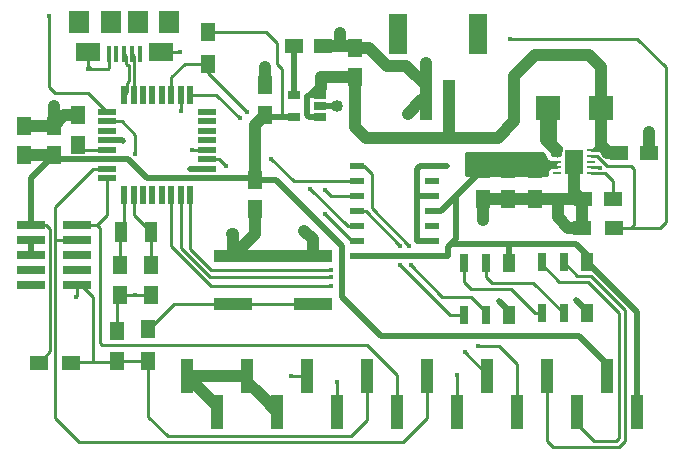
<source format=gbr>
G04 #@! TF.FileFunction,Copper,L1,Top,Signal*
%FSLAX46Y46*%
G04 Gerber Fmt 4.6, Leading zero omitted, Abs format (unit mm)*
G04 Created by KiCad (PCBNEW 4.0.5+dfsg1-4) date Mon May 29 16:20:49 2017*
%MOMM*%
%LPD*%
G01*
G04 APERTURE LIST*
%ADD10C,0.100000*%
%ADD11R,1.000000X3.000000*%
%ADD12R,1.250000X1.500000*%
%ADD13R,1.500000X1.250000*%
%ADD14R,2.000000X2.000000*%
%ADD15R,1.000000X3.500000*%
%ADD16R,1.600000X3.400000*%
%ADD17R,0.400000X1.350000*%
%ADD18R,2.100000X1.600000*%
%ADD19R,1.800000X1.900000*%
%ADD20R,2.400000X0.750000*%
%ADD21R,1.300000X1.500000*%
%ADD22R,1.500000X1.300000*%
%ADD23R,3.200000X1.000000*%
%ADD24R,1.060000X0.650000*%
%ADD25R,0.550000X1.600000*%
%ADD26R,1.600000X0.550000*%
%ADD27R,0.800000X0.280000*%
%ADD28R,1.600000X2.150000*%
%ADD29R,1.143000X0.508000*%
%ADD30R,1.000000X1.800000*%
%ADD31R,0.800000X1.550000*%
%ADD32R,1.000000X1.550000*%
%ADD33C,0.381000*%
%ADD34C,1.016000*%
%ADD35C,1.016000*%
%ADD36C,0.508000*%
%ADD37C,0.254000*%
G04 APERTURE END LIST*
D10*
D11*
X168275000Y-106704000D03*
X163195000Y-106704000D03*
X158115000Y-106704000D03*
X153035000Y-106704000D03*
X147955000Y-106704000D03*
X142875000Y-106704000D03*
X137795000Y-106704000D03*
X132715000Y-106704000D03*
X170815000Y-109704000D03*
X165735000Y-109704000D03*
X160655000Y-109704000D03*
X155575000Y-109704000D03*
X150495000Y-109704000D03*
X145415000Y-109704000D03*
X140335000Y-109704000D03*
X135255000Y-109704000D03*
D12*
X146939000Y-81387000D03*
X146939000Y-78887000D03*
X138430000Y-90063000D03*
X138430000Y-92563000D03*
X126746000Y-105390000D03*
X126746000Y-102890000D03*
D13*
X141752000Y-78740000D03*
X144252000Y-78740000D03*
D12*
X129667000Y-97302000D03*
X129667000Y-99802000D03*
X139319000Y-84562000D03*
X139319000Y-82062000D03*
X127000000Y-97302000D03*
X127000000Y-99802000D03*
D13*
X169311000Y-87757000D03*
X171811000Y-87757000D03*
X168763000Y-91694000D03*
X166263000Y-91694000D03*
D12*
X123444000Y-87102000D03*
X123444000Y-84602000D03*
X118872000Y-87991000D03*
X118872000Y-85491000D03*
X121412000Y-87991000D03*
X121412000Y-85491000D03*
X157734000Y-89174000D03*
X157734000Y-91674000D03*
X162179000Y-89174000D03*
X162179000Y-91674000D03*
X159893000Y-89174000D03*
X159893000Y-91674000D03*
D14*
X167731000Y-83947000D03*
X163231000Y-83947000D03*
D15*
X154924000Y-83293000D03*
X152924000Y-83293000D03*
D16*
X157324000Y-77743000D03*
X150524000Y-77743000D03*
D17*
X128681000Y-79375000D03*
X128031000Y-79375000D03*
X127381000Y-79375000D03*
X126731000Y-79375000D03*
X126081000Y-79375000D03*
D18*
X130481000Y-79225000D03*
X124281000Y-79225000D03*
D19*
X128531000Y-76700000D03*
X126231000Y-76700000D03*
X123581000Y-76700000D03*
X131181000Y-76700000D03*
D20*
X119462000Y-93853000D03*
X123362000Y-93853000D03*
X119462000Y-95123000D03*
X123362000Y-95123000D03*
X119462000Y-96393000D03*
X123362000Y-96393000D03*
X119462000Y-97663000D03*
X123362000Y-97663000D03*
X119462000Y-98933000D03*
X123362000Y-98933000D03*
D21*
X129413000Y-105363000D03*
X129413000Y-102663000D03*
D22*
X120189000Y-105537000D03*
X122889000Y-105537000D03*
X168863000Y-94107000D03*
X166163000Y-94107000D03*
D21*
X134493000Y-77517000D03*
X134493000Y-80217000D03*
D23*
X143354000Y-96552000D03*
X136554000Y-96552000D03*
X136554000Y-100552000D03*
X143354000Y-100552000D03*
D24*
X143975000Y-84770000D03*
X143975000Y-83820000D03*
X143975000Y-82870000D03*
X141775000Y-82870000D03*
X141775000Y-84770000D03*
D25*
X127375000Y-91372000D03*
X128175000Y-91372000D03*
X128975000Y-91372000D03*
X129775000Y-91372000D03*
X130575000Y-91372000D03*
X131375000Y-91372000D03*
X132175000Y-91372000D03*
X132975000Y-91372000D03*
D26*
X134425000Y-89922000D03*
X134425000Y-89122000D03*
X134425000Y-88322000D03*
X134425000Y-87522000D03*
X134425000Y-86722000D03*
X134425000Y-85922000D03*
X134425000Y-85122000D03*
X134425000Y-84322000D03*
D25*
X132975000Y-82872000D03*
X132175000Y-82872000D03*
X131375000Y-82872000D03*
X130575000Y-82872000D03*
X129775000Y-82872000D03*
X128975000Y-82872000D03*
X128175000Y-82872000D03*
X127375000Y-82872000D03*
D26*
X125925000Y-84322000D03*
X125925000Y-85122000D03*
X125925000Y-85922000D03*
X125925000Y-86722000D03*
X125925000Y-87522000D03*
X125925000Y-88322000D03*
X125925000Y-89122000D03*
X125925000Y-89922000D03*
D27*
X166943500Y-87519000D03*
X164018500Y-87519000D03*
X166943500Y-88019000D03*
X164018500Y-88019000D03*
X166943500Y-88519000D03*
X164018500Y-88519000D03*
X166943500Y-89019000D03*
X164018500Y-89019000D03*
X166943500Y-89519000D03*
X164018500Y-89519000D03*
D28*
X165481000Y-88519000D03*
D29*
X153416000Y-96520000D03*
X153416000Y-95250000D03*
X153416000Y-93980000D03*
X153416000Y-92710000D03*
X153416000Y-91440000D03*
X153416000Y-90170000D03*
X153416000Y-88900000D03*
X147066000Y-88900000D03*
X147066000Y-90170000D03*
X147066000Y-92710000D03*
X147066000Y-93980000D03*
X147066000Y-95250000D03*
X147066000Y-96520000D03*
X147066000Y-91440000D03*
D30*
X129647000Y-94488000D03*
X127147000Y-94488000D03*
D31*
X156138000Y-97139000D03*
X156138000Y-101489000D03*
X157988000Y-97139000D03*
X157988000Y-101489000D03*
D32*
X159938000Y-97139000D03*
X159938000Y-101489000D03*
D31*
X162742000Y-97012000D03*
X162742000Y-101362000D03*
X164592000Y-97012000D03*
X164592000Y-101362000D03*
D32*
X166542000Y-97012000D03*
X166542000Y-101362000D03*
D33*
X139013500Y-108382500D03*
X134100000Y-108089000D03*
D34*
X135382000Y-106704000D03*
X152908000Y-80137000D03*
X151384000Y-84455000D03*
X142621000Y-94361000D03*
X136525000Y-94615000D03*
D33*
X119462000Y-95758000D03*
X127254000Y-86741000D03*
X132969000Y-89154000D03*
X121412000Y-83820000D03*
D34*
X145415000Y-83820000D03*
D33*
X139319000Y-80518000D03*
X145669000Y-77597000D03*
X154686000Y-88900000D03*
X165608000Y-100203000D03*
X159131000Y-100330000D03*
D34*
X171831000Y-85979000D03*
X164084000Y-93218000D03*
X157734000Y-93472000D03*
D33*
X128270000Y-99802000D03*
X124333000Y-80645000D03*
X132080000Y-79248000D03*
X128270000Y-87884000D03*
X123317000Y-99949000D03*
X161036000Y-89027000D03*
X167640000Y-89027000D03*
X121031000Y-76200000D03*
X160020000Y-78105000D03*
X144399000Y-92964000D03*
X144399000Y-90932000D03*
X137795000Y-84328000D03*
X144907000Y-99060000D03*
X155575000Y-106553000D03*
X144907000Y-98298000D03*
X156210000Y-104648000D03*
X144907000Y-97663000D03*
X157353000Y-104140000D03*
X136017000Y-88900000D03*
X145415000Y-107188000D03*
X133096000Y-87503000D03*
X141478000Y-106680000D03*
X143129000Y-90805000D03*
X137160000Y-84836000D03*
X139827000Y-88265000D03*
X132207000Y-84201000D03*
X151638000Y-97282000D03*
X151511000Y-95631000D03*
X150749000Y-95631000D03*
X150749000Y-97282000D03*
D35*
X154924000Y-83293000D02*
X154924000Y-86487000D01*
X154813000Y-86233000D02*
X154813000Y-86487000D01*
X154813000Y-86376000D02*
X154813000Y-86233000D01*
X154924000Y-86487000D02*
X154813000Y-86376000D01*
D36*
X142875000Y-82931000D02*
X143002000Y-82931000D01*
X143002000Y-82931000D02*
X144018000Y-81915000D01*
X143975000Y-84770000D02*
X143063000Y-84770000D01*
X143063000Y-84770000D02*
X142875000Y-84582000D01*
X142875000Y-84582000D02*
X142875000Y-82931000D01*
X142875000Y-82931000D02*
X142875000Y-83058000D01*
X142875000Y-83058000D02*
X143063000Y-82870000D01*
X143063000Y-82870000D02*
X143975000Y-82870000D01*
D35*
X146939000Y-81387000D02*
X144038000Y-81387000D01*
X144038000Y-81387000D02*
X144018000Y-81407000D01*
X144018000Y-81407000D02*
X144018000Y-81915000D01*
X144018000Y-81915000D02*
X144018000Y-82169000D01*
X144018000Y-82169000D02*
X144018000Y-82296000D01*
X146939000Y-81387000D02*
X146939000Y-85598000D01*
X147828000Y-86487000D02*
X153543000Y-86487000D01*
X146939000Y-85598000D02*
X147828000Y-86487000D01*
X167731000Y-80482000D02*
X167731000Y-83947000D01*
X166751000Y-79502000D02*
X167731000Y-80482000D01*
X162179000Y-79502000D02*
X166751000Y-79502000D01*
X160401000Y-81280000D02*
X162179000Y-79502000D01*
X160401000Y-85090000D02*
X160401000Y-81280000D01*
X159004000Y-86487000D02*
X160401000Y-85090000D01*
X153543000Y-86487000D02*
X154813000Y-86487000D01*
X154813000Y-86487000D02*
X159004000Y-86487000D01*
D37*
X166943500Y-87519000D02*
X167116000Y-87519000D01*
X167116000Y-87519000D02*
X167731000Y-86904000D01*
X166943500Y-87519000D02*
X168164000Y-87519000D01*
X168275000Y-87630000D02*
X168275000Y-87757000D01*
X168164000Y-87519000D02*
X168275000Y-87630000D01*
D35*
X167731000Y-83947000D02*
X167731000Y-86904000D01*
X167731000Y-86904000D02*
X167731000Y-87086000D01*
X168402000Y-87757000D02*
X168275000Y-87757000D01*
X168275000Y-87757000D02*
X169311000Y-87757000D01*
X167731000Y-87086000D02*
X168402000Y-87757000D01*
X135255000Y-109704000D02*
X135255000Y-109244000D01*
X135255000Y-109244000D02*
X134100000Y-108089000D01*
X134100000Y-108089000D02*
X132715000Y-106704000D01*
X137795000Y-106704000D02*
X137795000Y-107164000D01*
X137795000Y-107164000D02*
X139013500Y-108382500D01*
X139013500Y-108382500D02*
X140335000Y-109704000D01*
X132715000Y-106704000D02*
X135382000Y-106704000D01*
X135382000Y-106704000D02*
X137795000Y-106704000D01*
X152924000Y-83293000D02*
X152924000Y-80153000D01*
X152924000Y-80153000D02*
X152908000Y-80137000D01*
X152924000Y-83293000D02*
X152546000Y-83293000D01*
X152546000Y-83293000D02*
X151384000Y-84455000D01*
X152924000Y-83293000D02*
X152924000Y-82058000D01*
X152924000Y-82058000D02*
X151257000Y-80391000D01*
X151257000Y-80391000D02*
X149606000Y-80391000D01*
X149606000Y-80391000D02*
X148102000Y-78887000D01*
X148102000Y-78887000D02*
X146939000Y-78887000D01*
X143354000Y-96552000D02*
X143354000Y-95094000D01*
X143354000Y-95094000D02*
X142621000Y-94361000D01*
X136554000Y-96552000D02*
X136554000Y-94644000D01*
X136554000Y-94644000D02*
X136525000Y-94615000D01*
X143354000Y-96552000D02*
X136554000Y-96552000D01*
X138430000Y-92563000D02*
X138430000Y-94676000D01*
X138430000Y-94676000D02*
X136554000Y-96552000D01*
D36*
X153416000Y-91440000D02*
X152146000Y-91440000D01*
X152146000Y-91440000D02*
X152146000Y-89154000D01*
X152146000Y-89154000D02*
X152400000Y-88900000D01*
X152400000Y-88900000D02*
X153416000Y-88900000D01*
X125925000Y-86722000D02*
X127235000Y-86722000D01*
X127235000Y-86722000D02*
X127254000Y-86741000D01*
X134425000Y-89122000D02*
X133001000Y-89122000D01*
X133001000Y-89122000D02*
X132969000Y-89154000D01*
D35*
X121412000Y-85491000D02*
X121412000Y-83820000D01*
X121412000Y-85491000D02*
X118872000Y-85491000D01*
X123444000Y-84602000D02*
X122301000Y-84602000D01*
X122301000Y-84602000D02*
X121412000Y-85491000D01*
D36*
X143975000Y-83820000D02*
X145415000Y-83820000D01*
D35*
X139319000Y-82062000D02*
X139319000Y-80518000D01*
X145669000Y-78740000D02*
X145669000Y-77597000D01*
X144252000Y-78740000D02*
X145669000Y-78740000D01*
X145669000Y-78740000D02*
X146792000Y-78740000D01*
X146792000Y-78740000D02*
X146939000Y-78887000D01*
D36*
X153416000Y-95250000D02*
X152146000Y-95250000D01*
X152400000Y-88900000D02*
X154686000Y-88900000D01*
X152146000Y-89154000D02*
X152400000Y-88900000D01*
X152146000Y-95250000D02*
X152146000Y-91440000D01*
X152146000Y-91440000D02*
X152146000Y-89154000D01*
X166542000Y-101362000D02*
X166542000Y-101137000D01*
X166542000Y-101137000D02*
X165608000Y-100203000D01*
X159938000Y-101489000D02*
X159938000Y-101137000D01*
X159938000Y-101137000D02*
X159131000Y-100330000D01*
D35*
X171811000Y-87757000D02*
X171811000Y-85999000D01*
X171811000Y-85999000D02*
X171831000Y-85979000D01*
X166163000Y-94107000D02*
X164973000Y-94107000D01*
X164084000Y-93218000D02*
X164084000Y-91694000D01*
X164973000Y-94107000D02*
X164084000Y-93218000D01*
X157734000Y-91674000D02*
X157734000Y-93472000D01*
D37*
X129667000Y-99802000D02*
X128270000Y-99802000D01*
X128270000Y-99802000D02*
X127000000Y-99802000D01*
X127000000Y-99802000D02*
X126746000Y-100056000D01*
X126746000Y-100056000D02*
X126746000Y-102890000D01*
D36*
X119462000Y-96393000D02*
X119462000Y-95758000D01*
X119462000Y-95758000D02*
X119462000Y-95123000D01*
D37*
X124281000Y-79225000D02*
X124281000Y-80593000D01*
X124281000Y-80593000D02*
X124333000Y-80645000D01*
X130481000Y-79225000D02*
X132057000Y-79225000D01*
X132057000Y-79225000D02*
X132080000Y-79248000D01*
X126081000Y-79375000D02*
X126081000Y-80615000D01*
X124281000Y-80339000D02*
X124281000Y-79225000D01*
X124587000Y-80645000D02*
X124281000Y-80339000D01*
X126051000Y-80645000D02*
X124587000Y-80645000D01*
X126081000Y-80615000D02*
X126051000Y-80645000D01*
D35*
X166263000Y-91694000D02*
X164084000Y-91694000D01*
X164084000Y-91694000D02*
X162199000Y-91694000D01*
X162199000Y-91694000D02*
X162179000Y-91674000D01*
X166163000Y-94107000D02*
X166163000Y-91794000D01*
X166163000Y-91794000D02*
X165481000Y-91112000D01*
X165481000Y-91112000D02*
X165481000Y-88519000D01*
X157734000Y-91674000D02*
X159893000Y-91674000D01*
X159893000Y-91674000D02*
X162179000Y-91674000D01*
D36*
X138430000Y-90063000D02*
X140228000Y-90063000D01*
X165862000Y-103251000D02*
X168275000Y-105664000D01*
X149098000Y-103251000D02*
X165862000Y-103251000D01*
X145796000Y-99949000D02*
X149098000Y-103251000D01*
X145796000Y-95631000D02*
X145796000Y-99949000D01*
X140228000Y-90063000D02*
X145796000Y-95631000D01*
D37*
X119462000Y-93853000D02*
X120777000Y-93853000D01*
X121132598Y-104593402D02*
X120189000Y-105537000D01*
X121132598Y-94208598D02*
X121132598Y-104593402D01*
X120777000Y-93853000D02*
X121132598Y-94208598D01*
X134493000Y-77517000D02*
X139366000Y-77517000D01*
X140716000Y-80645000D02*
X140716000Y-84770000D01*
X140335000Y-80264000D02*
X140716000Y-80645000D01*
X140335000Y-78486000D02*
X140335000Y-80264000D01*
X139366000Y-77517000D02*
X140335000Y-78486000D01*
D36*
X119462000Y-93853000D02*
X119462000Y-89941000D01*
X119462000Y-89941000D02*
X121412000Y-87991000D01*
D35*
X118872000Y-87991000D02*
X121412000Y-87991000D01*
D36*
X125925000Y-88322000D02*
X121743000Y-88322000D01*
X121743000Y-88322000D02*
X121412000Y-87991000D01*
X134425000Y-89922000D02*
X129292000Y-89922000D01*
X127692000Y-88322000D02*
X125925000Y-88322000D01*
X129292000Y-89922000D02*
X127692000Y-88322000D01*
X134425000Y-89922000D02*
X138289000Y-89922000D01*
X138289000Y-89922000D02*
X138430000Y-90063000D01*
D35*
X138430000Y-90063000D02*
X138430000Y-85451000D01*
X138430000Y-85451000D02*
X139319000Y-84562000D01*
D36*
X141775000Y-84770000D02*
X140716000Y-84770000D01*
X140716000Y-84770000D02*
X139527000Y-84770000D01*
X139527000Y-84770000D02*
X139319000Y-84562000D01*
D37*
X145161000Y-111760000D02*
X146558000Y-111760000D01*
X145161000Y-111760000D02*
X131064000Y-111760000D01*
X131064000Y-111760000D02*
X129413000Y-110109000D01*
X129413000Y-105363000D02*
X129413000Y-110109000D01*
X147955000Y-110363000D02*
X147955000Y-106704000D01*
X146558000Y-111760000D02*
X147955000Y-110363000D01*
X123362000Y-98933000D02*
X123362000Y-99904000D01*
X127159000Y-85122000D02*
X125925000Y-85122000D01*
X128270000Y-86233000D02*
X127159000Y-85122000D01*
X128270000Y-87884000D02*
X128270000Y-86233000D01*
X123362000Y-99904000D02*
X123317000Y-99949000D01*
X124079000Y-105490000D02*
X122936000Y-105490000D01*
X122936000Y-105490000D02*
X122889000Y-105537000D01*
X123362000Y-98933000D02*
X123698000Y-98933000D01*
X123698000Y-98933000D02*
X124714000Y-99949000D01*
X124714000Y-99949000D02*
X124714000Y-105490000D01*
X126746000Y-105390000D02*
X129386000Y-105390000D01*
X129386000Y-105390000D02*
X129413000Y-105363000D01*
X123952000Y-105490000D02*
X124079000Y-105490000D01*
X124079000Y-105490000D02*
X124714000Y-105490000D01*
X124714000Y-105490000D02*
X126646000Y-105490000D01*
X126646000Y-105490000D02*
X126746000Y-105390000D01*
X123362000Y-98933000D02*
X123444000Y-98933000D01*
D36*
X141775000Y-82870000D02*
X141775000Y-78763000D01*
X141775000Y-78763000D02*
X141752000Y-78740000D01*
D37*
X129647000Y-94488000D02*
X129647000Y-97282000D01*
X129647000Y-97282000D02*
X129667000Y-97302000D01*
X128175000Y-91372000D02*
X128175000Y-93016000D01*
X128175000Y-93016000D02*
X129647000Y-94488000D01*
X127375000Y-91372000D02*
X127375000Y-94260000D01*
X127375000Y-94260000D02*
X127000000Y-94635000D01*
X127000000Y-94635000D02*
X127000000Y-97302000D01*
X168763000Y-91694000D02*
X168763000Y-90150000D01*
X168132000Y-89519000D02*
X166943500Y-89519000D01*
X168763000Y-90150000D02*
X168132000Y-89519000D01*
X125925000Y-87522000D02*
X123864000Y-87522000D01*
X123864000Y-87522000D02*
X123444000Y-87102000D01*
D36*
X170815000Y-109704000D02*
X170815000Y-101219000D01*
D37*
X166943500Y-89019000D02*
X167632000Y-89019000D01*
X167632000Y-89019000D02*
X167640000Y-89027000D01*
D36*
X153416000Y-96520000D02*
X147066000Y-96520000D01*
X166542000Y-97012000D02*
X166608000Y-97012000D01*
X166608000Y-97012000D02*
X170815000Y-101219000D01*
X170815000Y-101219000D02*
X170815000Y-106577000D01*
X159938000Y-97139000D02*
X159938000Y-95504000D01*
X159938000Y-95504000D02*
X159893000Y-95504000D01*
X166542000Y-97012000D02*
X166542000Y-96438000D01*
X166542000Y-96438000D02*
X165608000Y-95504000D01*
X165608000Y-95504000D02*
X159893000Y-95504000D01*
X159893000Y-95504000D02*
X155067000Y-95504000D01*
X155458000Y-91450000D02*
X155458000Y-95113000D01*
X154813000Y-96520000D02*
X153416000Y-96520000D01*
X154813000Y-95758000D02*
X154813000Y-96520000D01*
X155458000Y-95113000D02*
X155067000Y-95504000D01*
X155067000Y-95504000D02*
X154813000Y-95758000D01*
X153416000Y-92710000D02*
X154198000Y-92710000D01*
X154198000Y-92710000D02*
X155458000Y-91450000D01*
X155458000Y-91450000D02*
X157734000Y-89174000D01*
D37*
X164018500Y-89019000D02*
X162334000Y-89019000D01*
X162334000Y-89019000D02*
X162179000Y-89174000D01*
X164018500Y-88519000D02*
X162834000Y-88519000D01*
X162834000Y-88519000D02*
X162179000Y-89174000D01*
X164018500Y-88019000D02*
X164018500Y-87519000D01*
D35*
X163231000Y-83947000D02*
X163231000Y-86731500D01*
X163231000Y-86731500D02*
X164018500Y-87519000D01*
D37*
X128031000Y-79432304D02*
X128175000Y-79576304D01*
X128175000Y-79576304D02*
X128175000Y-82491100D01*
X128031000Y-79375000D02*
X128031000Y-79432304D01*
X128175000Y-82491100D02*
X128175000Y-82872000D01*
X127381000Y-79375000D02*
X127551599Y-79545599D01*
X127551599Y-79545599D02*
X127551599Y-80273521D01*
X127551599Y-80273521D02*
X127607479Y-80329401D01*
X127607479Y-80329401D02*
X127755901Y-80329401D01*
X127620599Y-82626401D02*
X127375000Y-82872000D01*
X127755901Y-80329401D02*
X127755901Y-81713177D01*
X127755901Y-81713177D02*
X127620599Y-81848479D01*
X127620599Y-81848479D02*
X127620599Y-82626401D01*
X150483000Y-106565000D02*
X150483000Y-109692000D01*
X150483000Y-109692000D02*
X150495000Y-109704000D01*
X125349000Y-103886000D02*
X125476000Y-104013000D01*
X125349000Y-94107000D02*
X125349000Y-103886000D01*
X125095000Y-93853000D02*
X125349000Y-94107000D01*
X147931000Y-104013000D02*
X150483000Y-106565000D01*
X150483000Y-106565000D02*
X150495000Y-106577000D01*
X125476000Y-104013000D02*
X147931000Y-104013000D01*
X123362000Y-93853000D02*
X125095000Y-93853000D01*
X125925000Y-93023000D02*
X125925000Y-89922000D01*
X125095000Y-93853000D02*
X125925000Y-93023000D01*
X150344000Y-112268000D02*
X151003000Y-112268000D01*
X121539000Y-110236000D02*
X123571000Y-112268000D01*
X123571000Y-112268000D02*
X150344000Y-112268000D01*
X121539000Y-95123000D02*
X121539000Y-110236000D01*
X153035000Y-110236000D02*
X153035000Y-106704000D01*
X151003000Y-112268000D02*
X153035000Y-110236000D01*
X125925000Y-89122000D02*
X124746000Y-89122000D01*
X121539000Y-95123000D02*
X123362000Y-95123000D01*
X121539000Y-92329000D02*
X121539000Y-95123000D01*
X124746000Y-89122000D02*
X121539000Y-92329000D01*
X143354000Y-100552000D02*
X136554000Y-100552000D01*
X129413000Y-102663000D02*
X129493000Y-102663000D01*
X129493000Y-102663000D02*
X131604000Y-100552000D01*
X131604000Y-100552000D02*
X136554000Y-100552000D01*
X170307000Y-94107000D02*
X172720000Y-94107000D01*
X124280000Y-82677000D02*
X125925000Y-84322000D01*
X121539000Y-82677000D02*
X124280000Y-82677000D01*
X121031000Y-82169000D02*
X121539000Y-82677000D01*
X121031000Y-76200000D02*
X121031000Y-82169000D01*
X170815000Y-78105000D02*
X160020000Y-78105000D01*
X173228000Y-80518000D02*
X170815000Y-78105000D01*
X173228000Y-93599000D02*
X173228000Y-80518000D01*
X172720000Y-94107000D02*
X173228000Y-93599000D01*
X166943500Y-88019000D02*
X167394000Y-88019000D01*
X170307000Y-94107000D02*
X168863000Y-94107000D01*
X170561000Y-93853000D02*
X170307000Y-94107000D01*
X170561000Y-89154000D02*
X170561000Y-93853000D01*
X170307000Y-88900000D02*
X170561000Y-89154000D01*
X168275000Y-88900000D02*
X170307000Y-88900000D01*
X167394000Y-88019000D02*
X168275000Y-88900000D01*
X144399000Y-92964000D02*
X146685000Y-95250000D01*
X146685000Y-95250000D02*
X147066000Y-95250000D01*
X134493000Y-80217000D02*
X134493000Y-81026000D01*
X144907000Y-91440000D02*
X147066000Y-91440000D01*
X144399000Y-90932000D02*
X144907000Y-91440000D01*
X134493000Y-81026000D02*
X137795000Y-84328000D01*
X131375000Y-82872000D02*
X131375000Y-81350000D01*
X132508000Y-80217000D02*
X134493000Y-80217000D01*
X131375000Y-81350000D02*
X132508000Y-80217000D01*
X155575000Y-109704000D02*
X155575000Y-106553000D01*
X131375000Y-95688000D02*
X134747000Y-99060000D01*
X134747000Y-99060000D02*
X144907000Y-99060000D01*
X131375000Y-95688000D02*
X131375000Y-91372000D01*
X132175000Y-95853000D02*
X134620000Y-98298000D01*
X134620000Y-98298000D02*
X144907000Y-98298000D01*
X132175000Y-91372000D02*
X132175000Y-95853000D01*
X156210000Y-104648000D02*
X158115000Y-106553000D01*
X158115000Y-106553000D02*
X158115000Y-106704000D01*
X157353000Y-104140000D02*
X159131000Y-104140000D01*
X132975000Y-95891000D02*
X134747000Y-97663000D01*
X134747000Y-97663000D02*
X144907000Y-97663000D01*
X132975000Y-91372000D02*
X132975000Y-95891000D01*
X160655000Y-105664000D02*
X160655000Y-109704000D01*
X159131000Y-104140000D02*
X160655000Y-105664000D01*
X134425000Y-88322000D02*
X135439000Y-88322000D01*
X136017000Y-88900000D02*
X135439000Y-88322000D01*
X145415000Y-107188000D02*
X145415000Y-109704000D01*
X133115000Y-87522000D02*
X133096000Y-87503000D01*
X134425000Y-87522000D02*
X133115000Y-87522000D01*
X141502000Y-106704000D02*
X142875000Y-106704000D01*
X141478000Y-106680000D02*
X141502000Y-106704000D01*
X132975000Y-82872000D02*
X135196000Y-82872000D01*
X146304000Y-93980000D02*
X147066000Y-93980000D01*
X143129000Y-90805000D02*
X146304000Y-93980000D01*
X135196000Y-82872000D02*
X137160000Y-84836000D01*
X132175000Y-82872000D02*
X132175000Y-84169000D01*
X141732000Y-90170000D02*
X147066000Y-90170000D01*
X139827000Y-88265000D02*
X141732000Y-90170000D01*
X132175000Y-84169000D02*
X132207000Y-84201000D01*
X157988000Y-101489000D02*
X157988000Y-101219000D01*
X157988000Y-101219000D02*
X156718000Y-99949000D01*
X156718000Y-99949000D02*
X154305000Y-99949000D01*
X154305000Y-99949000D02*
X151638000Y-97282000D01*
X151511000Y-95631000D02*
X148336000Y-92456000D01*
X148336000Y-92456000D02*
X148336000Y-89535000D01*
X148336000Y-89535000D02*
X147701000Y-88900000D01*
X147701000Y-88900000D02*
X147066000Y-88900000D01*
X156138000Y-101489000D02*
X154956000Y-101489000D01*
X147828000Y-92710000D02*
X147066000Y-92710000D01*
X150749000Y-95631000D02*
X147828000Y-92710000D01*
X154956000Y-101489000D02*
X150749000Y-97282000D01*
X162742000Y-101362000D02*
X162195000Y-101362000D01*
X156138000Y-98734000D02*
X156138000Y-97139000D01*
X156718000Y-99314000D02*
X156138000Y-98734000D01*
X160147000Y-99314000D02*
X156718000Y-99314000D01*
X162195000Y-101362000D02*
X160147000Y-99314000D01*
X157988000Y-97139000D02*
X157988000Y-98298000D01*
X162036000Y-98806000D02*
X164592000Y-101362000D01*
X158496000Y-98806000D02*
X162036000Y-98806000D01*
X157988000Y-98298000D02*
X158496000Y-98806000D01*
X162742000Y-97012000D02*
X162742000Y-97210000D01*
X162742000Y-97210000D02*
X164211000Y-98679000D01*
X164211000Y-98679000D02*
X166624000Y-98679000D01*
X166624000Y-98679000D02*
X169291000Y-101346000D01*
X169291000Y-101346000D02*
X169291000Y-111887000D01*
X169291000Y-111887000D02*
X169037000Y-112141000D01*
X169037000Y-112141000D02*
X167132000Y-112141000D01*
X167132000Y-112141000D02*
X165735000Y-110744000D01*
X163195000Y-106704000D02*
X163195000Y-109577000D01*
X163195000Y-112141000D02*
X163703000Y-112649000D01*
X163703000Y-112649000D02*
X169291000Y-112649000D01*
X169291000Y-112649000D02*
X169799000Y-112141000D01*
X169799000Y-112141000D02*
X169799000Y-101092000D01*
X169799000Y-101092000D02*
X166878000Y-98171000D01*
X166878000Y-98171000D02*
X165751000Y-98171000D01*
X165751000Y-98171000D02*
X164592000Y-97012000D01*
X163195000Y-109577000D02*
X163195000Y-112141000D01*
G36*
X163208408Y-88448796D02*
X163239454Y-88488515D01*
X163283507Y-88513026D01*
X163322000Y-88519000D01*
X163477939Y-88519000D01*
X163618500Y-88547464D01*
X163830000Y-88547464D01*
X163830000Y-88990536D01*
X163618500Y-88990536D01*
X163477310Y-89017103D01*
X163347635Y-89100546D01*
X163321018Y-89139501D01*
X163265204Y-89167408D01*
X163225485Y-89198454D01*
X163200974Y-89242507D01*
X163195000Y-89281000D01*
X163195000Y-89662000D01*
X156337000Y-89662000D01*
X156337000Y-87757000D01*
X162862510Y-87757000D01*
X163208408Y-88448796D01*
X163208408Y-88448796D01*
G37*
X163208408Y-88448796D02*
X163239454Y-88488515D01*
X163283507Y-88513026D01*
X163322000Y-88519000D01*
X163477939Y-88519000D01*
X163618500Y-88547464D01*
X163830000Y-88547464D01*
X163830000Y-88990536D01*
X163618500Y-88990536D01*
X163477310Y-89017103D01*
X163347635Y-89100546D01*
X163321018Y-89139501D01*
X163265204Y-89167408D01*
X163225485Y-89198454D01*
X163200974Y-89242507D01*
X163195000Y-89281000D01*
X163195000Y-89662000D01*
X156337000Y-89662000D01*
X156337000Y-87757000D01*
X162862510Y-87757000D01*
X163208408Y-88448796D01*
G36*
X163830000Y-86741000D02*
X163840006Y-86790410D01*
X163867197Y-86830803D01*
X164325625Y-87289231D01*
X164323141Y-87292866D01*
X164292536Y-87444000D01*
X164292536Y-87990536D01*
X163618500Y-87990536D01*
X163609782Y-87992176D01*
X163576000Y-87958394D01*
X163576000Y-87757000D01*
X163565994Y-87707590D01*
X163538803Y-87667197D01*
X162687000Y-86815394D01*
X162687000Y-84963000D01*
X163830000Y-84963000D01*
X163830000Y-86741000D01*
X163830000Y-86741000D01*
G37*
X163830000Y-86741000D02*
X163840006Y-86790410D01*
X163867197Y-86830803D01*
X164325625Y-87289231D01*
X164323141Y-87292866D01*
X164292536Y-87444000D01*
X164292536Y-87990536D01*
X163618500Y-87990536D01*
X163609782Y-87992176D01*
X163576000Y-87958394D01*
X163576000Y-87757000D01*
X163565994Y-87707590D01*
X163538803Y-87667197D01*
X162687000Y-86815394D01*
X162687000Y-84963000D01*
X163830000Y-84963000D01*
X163830000Y-86741000D01*
M02*

</source>
